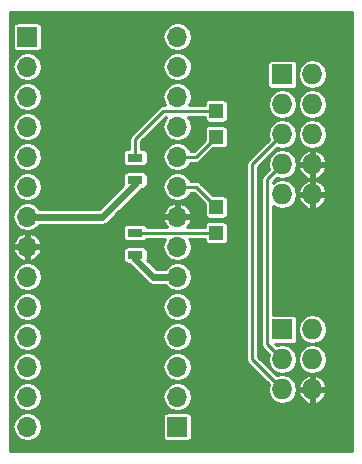
<source format=gtl>
G04 #@! TF.FileFunction,Copper,L1,Top,Signal*
%FSLAX46Y46*%
G04 Gerber Fmt 4.6, Leading zero omitted, Abs format (unit mm)*
G04 Created by KiCad (PCBNEW 4.0.7-e1-6374~58~ubuntu16.04.1) date Tue Aug 22 04:57:06 2017*
%MOMM*%
%LPD*%
G01*
G04 APERTURE LIST*
%ADD10C,0.100000*%
%ADD11R,1.727200X1.727200*%
%ADD12O,1.727200X1.727200*%
%ADD13R,1.200000X1.200000*%
%ADD14R,1.700000X1.700000*%
%ADD15O,1.700000X1.700000*%
%ADD16R,1.300000X0.700000*%
%ADD17C,0.250000*%
%ADD18C,0.600000*%
%ADD19C,0.254000*%
G04 APERTURE END LIST*
D10*
D11*
X113030000Y-98425000D03*
D12*
X115570000Y-98425000D03*
X113030000Y-100965000D03*
X115570000Y-100965000D03*
X113030000Y-103505000D03*
X115570000Y-103505000D03*
X113030000Y-106045000D03*
X115570000Y-106045000D03*
X113030000Y-108585000D03*
X115570000Y-108585000D03*
D13*
X107442000Y-101516000D03*
X107442000Y-103716000D03*
X107442000Y-111844000D03*
X107442000Y-109644000D03*
D14*
X91440000Y-95250000D03*
D15*
X91440000Y-97790000D03*
X91440000Y-100330000D03*
X91440000Y-102870000D03*
X91440000Y-105410000D03*
X91440000Y-107950000D03*
X91440000Y-110490000D03*
X91440000Y-113030000D03*
X91440000Y-115570000D03*
X91440000Y-118110000D03*
X91440000Y-120650000D03*
X91440000Y-123190000D03*
X91440000Y-125730000D03*
X91440000Y-128270000D03*
D14*
X104140000Y-128270000D03*
D15*
X104140000Y-125730000D03*
X104140000Y-123190000D03*
X104140000Y-120650000D03*
X104140000Y-118110000D03*
X104140000Y-115570000D03*
X104140000Y-113030000D03*
X104140000Y-110490000D03*
X104140000Y-107950000D03*
X104140000Y-105410000D03*
X104140000Y-102870000D03*
X104140000Y-100330000D03*
X104140000Y-97790000D03*
X104140000Y-95250000D03*
D11*
X113030000Y-120015000D03*
D12*
X115570000Y-120015000D03*
X113030000Y-122555000D03*
X115570000Y-122555000D03*
X113030000Y-125095000D03*
X115570000Y-125095000D03*
D16*
X100584000Y-107376000D03*
X100584000Y-105476000D03*
X100584000Y-113726000D03*
X100584000Y-111826000D03*
D17*
X107442000Y-101516000D02*
X102954000Y-101516000D01*
X100584000Y-103886000D02*
X100584000Y-105476000D01*
X102954000Y-101516000D02*
X100584000Y-103886000D01*
X105748000Y-105410000D02*
X107442000Y-103716000D01*
X104140000Y-105410000D02*
X105748000Y-105410000D01*
X107442000Y-111844000D02*
X100602000Y-111844000D01*
X100602000Y-111844000D02*
X100584000Y-111826000D01*
X100602000Y-111844000D02*
X100584000Y-111826000D01*
X104140000Y-107950000D02*
X105748000Y-107950000D01*
X105748000Y-107950000D02*
X107442000Y-109644000D01*
D18*
X100584000Y-107376000D02*
X100584000Y-107696000D01*
X100584000Y-107696000D02*
X97790000Y-110490000D01*
X97790000Y-110490000D02*
X91440000Y-110490000D01*
X100584000Y-113726000D02*
X100584000Y-114046000D01*
X100584000Y-114046000D02*
X102108000Y-115570000D01*
X102108000Y-115570000D02*
X104140000Y-115570000D01*
D17*
X110490000Y-122555000D02*
X113030000Y-125095000D01*
X110490000Y-106045000D02*
X110490000Y-122555000D01*
X113030000Y-103505000D02*
X110490000Y-106045000D01*
X113030000Y-106045000D02*
X111760000Y-107315000D01*
X111760000Y-121285000D02*
X113030000Y-122555000D01*
X111760000Y-107315000D02*
X111760000Y-121285000D01*
D19*
G36*
X118924000Y-130354000D02*
X89991000Y-130354000D01*
X89991000Y-128270000D01*
X90184883Y-128270000D01*
X90278587Y-128741083D01*
X90545435Y-129140448D01*
X90944800Y-129407296D01*
X91415883Y-129501000D01*
X91464117Y-129501000D01*
X91935200Y-129407296D01*
X92334565Y-129140448D01*
X92601413Y-128741083D01*
X92695117Y-128270000D01*
X92601413Y-127798917D01*
X92348228Y-127420000D01*
X102901536Y-127420000D01*
X102901536Y-129120000D01*
X102928103Y-129261190D01*
X103011546Y-129390865D01*
X103138866Y-129477859D01*
X103290000Y-129508464D01*
X104990000Y-129508464D01*
X105131190Y-129481897D01*
X105260865Y-129398454D01*
X105347859Y-129271134D01*
X105378464Y-129120000D01*
X105378464Y-127420000D01*
X105351897Y-127278810D01*
X105268454Y-127149135D01*
X105141134Y-127062141D01*
X104990000Y-127031536D01*
X103290000Y-127031536D01*
X103148810Y-127058103D01*
X103019135Y-127141546D01*
X102932141Y-127268866D01*
X102901536Y-127420000D01*
X92348228Y-127420000D01*
X92334565Y-127399552D01*
X91935200Y-127132704D01*
X91464117Y-127039000D01*
X91415883Y-127039000D01*
X90944800Y-127132704D01*
X90545435Y-127399552D01*
X90278587Y-127798917D01*
X90184883Y-128270000D01*
X89991000Y-128270000D01*
X89991000Y-125730000D01*
X90184883Y-125730000D01*
X90278587Y-126201083D01*
X90545435Y-126600448D01*
X90944800Y-126867296D01*
X91415883Y-126961000D01*
X91464117Y-126961000D01*
X91935200Y-126867296D01*
X92334565Y-126600448D01*
X92601413Y-126201083D01*
X92695117Y-125730000D01*
X102884883Y-125730000D01*
X102978587Y-126201083D01*
X103245435Y-126600448D01*
X103644800Y-126867296D01*
X104115883Y-126961000D01*
X104164117Y-126961000D01*
X104635200Y-126867296D01*
X105034565Y-126600448D01*
X105301413Y-126201083D01*
X105395117Y-125730000D01*
X105301413Y-125258917D01*
X105034565Y-124859552D01*
X104635200Y-124592704D01*
X104164117Y-124499000D01*
X104115883Y-124499000D01*
X103644800Y-124592704D01*
X103245435Y-124859552D01*
X102978587Y-125258917D01*
X102884883Y-125730000D01*
X92695117Y-125730000D01*
X92601413Y-125258917D01*
X92334565Y-124859552D01*
X91935200Y-124592704D01*
X91464117Y-124499000D01*
X91415883Y-124499000D01*
X90944800Y-124592704D01*
X90545435Y-124859552D01*
X90278587Y-125258917D01*
X90184883Y-125730000D01*
X89991000Y-125730000D01*
X89991000Y-123190000D01*
X90184883Y-123190000D01*
X90278587Y-123661083D01*
X90545435Y-124060448D01*
X90944800Y-124327296D01*
X91415883Y-124421000D01*
X91464117Y-124421000D01*
X91935200Y-124327296D01*
X92334565Y-124060448D01*
X92601413Y-123661083D01*
X92695117Y-123190000D01*
X102884883Y-123190000D01*
X102978587Y-123661083D01*
X103245435Y-124060448D01*
X103644800Y-124327296D01*
X104115883Y-124421000D01*
X104164117Y-124421000D01*
X104635200Y-124327296D01*
X105034565Y-124060448D01*
X105301413Y-123661083D01*
X105395117Y-123190000D01*
X105301413Y-122718917D01*
X105034565Y-122319552D01*
X104635200Y-122052704D01*
X104164117Y-121959000D01*
X104115883Y-121959000D01*
X103644800Y-122052704D01*
X103245435Y-122319552D01*
X102978587Y-122718917D01*
X102884883Y-123190000D01*
X92695117Y-123190000D01*
X92601413Y-122718917D01*
X92334565Y-122319552D01*
X91935200Y-122052704D01*
X91464117Y-121959000D01*
X91415883Y-121959000D01*
X90944800Y-122052704D01*
X90545435Y-122319552D01*
X90278587Y-122718917D01*
X90184883Y-123190000D01*
X89991000Y-123190000D01*
X89991000Y-120650000D01*
X90184883Y-120650000D01*
X90278587Y-121121083D01*
X90545435Y-121520448D01*
X90944800Y-121787296D01*
X91415883Y-121881000D01*
X91464117Y-121881000D01*
X91935200Y-121787296D01*
X92334565Y-121520448D01*
X92601413Y-121121083D01*
X92695117Y-120650000D01*
X102884883Y-120650000D01*
X102978587Y-121121083D01*
X103245435Y-121520448D01*
X103644800Y-121787296D01*
X104115883Y-121881000D01*
X104164117Y-121881000D01*
X104635200Y-121787296D01*
X105034565Y-121520448D01*
X105301413Y-121121083D01*
X105395117Y-120650000D01*
X105301413Y-120178917D01*
X105034565Y-119779552D01*
X104635200Y-119512704D01*
X104164117Y-119419000D01*
X104115883Y-119419000D01*
X103644800Y-119512704D01*
X103245435Y-119779552D01*
X102978587Y-120178917D01*
X102884883Y-120650000D01*
X92695117Y-120650000D01*
X92601413Y-120178917D01*
X92334565Y-119779552D01*
X91935200Y-119512704D01*
X91464117Y-119419000D01*
X91415883Y-119419000D01*
X90944800Y-119512704D01*
X90545435Y-119779552D01*
X90278587Y-120178917D01*
X90184883Y-120650000D01*
X89991000Y-120650000D01*
X89991000Y-118110000D01*
X90184883Y-118110000D01*
X90278587Y-118581083D01*
X90545435Y-118980448D01*
X90944800Y-119247296D01*
X91415883Y-119341000D01*
X91464117Y-119341000D01*
X91935200Y-119247296D01*
X92334565Y-118980448D01*
X92601413Y-118581083D01*
X92695117Y-118110000D01*
X102884883Y-118110000D01*
X102978587Y-118581083D01*
X103245435Y-118980448D01*
X103644800Y-119247296D01*
X104115883Y-119341000D01*
X104164117Y-119341000D01*
X104635200Y-119247296D01*
X105034565Y-118980448D01*
X105301413Y-118581083D01*
X105395117Y-118110000D01*
X105301413Y-117638917D01*
X105034565Y-117239552D01*
X104635200Y-116972704D01*
X104164117Y-116879000D01*
X104115883Y-116879000D01*
X103644800Y-116972704D01*
X103245435Y-117239552D01*
X102978587Y-117638917D01*
X102884883Y-118110000D01*
X92695117Y-118110000D01*
X92601413Y-117638917D01*
X92334565Y-117239552D01*
X91935200Y-116972704D01*
X91464117Y-116879000D01*
X91415883Y-116879000D01*
X90944800Y-116972704D01*
X90545435Y-117239552D01*
X90278587Y-117638917D01*
X90184883Y-118110000D01*
X89991000Y-118110000D01*
X89991000Y-115570000D01*
X90184883Y-115570000D01*
X90278587Y-116041083D01*
X90545435Y-116440448D01*
X90944800Y-116707296D01*
X91415883Y-116801000D01*
X91464117Y-116801000D01*
X91935200Y-116707296D01*
X92334565Y-116440448D01*
X92601413Y-116041083D01*
X92695117Y-115570000D01*
X92601413Y-115098917D01*
X92334565Y-114699552D01*
X91935200Y-114432704D01*
X91464117Y-114339000D01*
X91415883Y-114339000D01*
X90944800Y-114432704D01*
X90545435Y-114699552D01*
X90278587Y-115098917D01*
X90184883Y-115570000D01*
X89991000Y-115570000D01*
X89991000Y-113346980D01*
X90250511Y-113346980D01*
X90374755Y-113646964D01*
X90691944Y-114007652D01*
X91123018Y-114219501D01*
X91313000Y-114159193D01*
X91313000Y-113157000D01*
X91567000Y-113157000D01*
X91567000Y-114159193D01*
X91756982Y-114219501D01*
X92188056Y-114007652D01*
X92505245Y-113646964D01*
X92617469Y-113376000D01*
X99545536Y-113376000D01*
X99545536Y-114076000D01*
X99572103Y-114217190D01*
X99655546Y-114346865D01*
X99782866Y-114433859D01*
X99934000Y-114464464D01*
X100060314Y-114464464D01*
X100102460Y-114527540D01*
X101626458Y-116051537D01*
X101626460Y-116051540D01*
X101847393Y-116199162D01*
X102108000Y-116251000D01*
X103118849Y-116251000D01*
X103245435Y-116440448D01*
X103644800Y-116707296D01*
X104115883Y-116801000D01*
X104164117Y-116801000D01*
X104635200Y-116707296D01*
X105034565Y-116440448D01*
X105301413Y-116041083D01*
X105395117Y-115570000D01*
X105301413Y-115098917D01*
X105034565Y-114699552D01*
X104635200Y-114432704D01*
X104164117Y-114339000D01*
X104115883Y-114339000D01*
X103644800Y-114432704D01*
X103245435Y-114699552D01*
X103118849Y-114889000D01*
X102390079Y-114889000D01*
X101614821Y-114113742D01*
X101622464Y-114076000D01*
X101622464Y-113376000D01*
X101595897Y-113234810D01*
X101512454Y-113105135D01*
X101385134Y-113018141D01*
X101234000Y-112987536D01*
X99934000Y-112987536D01*
X99792810Y-113014103D01*
X99663135Y-113097546D01*
X99576141Y-113224866D01*
X99545536Y-113376000D01*
X92617469Y-113376000D01*
X92629489Y-113346980D01*
X92568627Y-113157000D01*
X91567000Y-113157000D01*
X91313000Y-113157000D01*
X90311373Y-113157000D01*
X90250511Y-113346980D01*
X89991000Y-113346980D01*
X89991000Y-112713020D01*
X90250511Y-112713020D01*
X90311373Y-112903000D01*
X91313000Y-112903000D01*
X91313000Y-111900807D01*
X91567000Y-111900807D01*
X91567000Y-112903000D01*
X92568627Y-112903000D01*
X92629489Y-112713020D01*
X92505245Y-112413036D01*
X92188056Y-112052348D01*
X91756982Y-111840499D01*
X91567000Y-111900807D01*
X91313000Y-111900807D01*
X91123018Y-111840499D01*
X90691944Y-112052348D01*
X90374755Y-112413036D01*
X90250511Y-112713020D01*
X89991000Y-112713020D01*
X89991000Y-110490000D01*
X90184883Y-110490000D01*
X90278587Y-110961083D01*
X90545435Y-111360448D01*
X90944800Y-111627296D01*
X91415883Y-111721000D01*
X91464117Y-111721000D01*
X91935200Y-111627296D01*
X92161629Y-111476000D01*
X99545536Y-111476000D01*
X99545536Y-112176000D01*
X99572103Y-112317190D01*
X99655546Y-112446865D01*
X99782866Y-112533859D01*
X99934000Y-112564464D01*
X101234000Y-112564464D01*
X101375190Y-112537897D01*
X101504865Y-112454454D01*
X101576235Y-112350000D01*
X103118181Y-112350000D01*
X102978587Y-112558917D01*
X102884883Y-113030000D01*
X102978587Y-113501083D01*
X103245435Y-113900448D01*
X103644800Y-114167296D01*
X104115883Y-114261000D01*
X104164117Y-114261000D01*
X104635200Y-114167296D01*
X105034565Y-113900448D01*
X105301413Y-113501083D01*
X105395117Y-113030000D01*
X105301413Y-112558917D01*
X105161819Y-112350000D01*
X106453536Y-112350000D01*
X106453536Y-112444000D01*
X106480103Y-112585190D01*
X106563546Y-112714865D01*
X106690866Y-112801859D01*
X106842000Y-112832464D01*
X108042000Y-112832464D01*
X108183190Y-112805897D01*
X108312865Y-112722454D01*
X108399859Y-112595134D01*
X108430464Y-112444000D01*
X108430464Y-111244000D01*
X108403897Y-111102810D01*
X108320454Y-110973135D01*
X108193134Y-110886141D01*
X108042000Y-110855536D01*
X106842000Y-110855536D01*
X106700810Y-110882103D01*
X106571135Y-110965546D01*
X106484141Y-111092866D01*
X106453536Y-111244000D01*
X106453536Y-111338000D01*
X105002072Y-111338000D01*
X105205245Y-111106964D01*
X105329489Y-110806980D01*
X105268627Y-110617000D01*
X104267000Y-110617000D01*
X104267000Y-110637000D01*
X104013000Y-110637000D01*
X104013000Y-110617000D01*
X103011373Y-110617000D01*
X102950511Y-110806980D01*
X103074755Y-111106964D01*
X103277928Y-111338000D01*
X101596497Y-111338000D01*
X101595897Y-111334810D01*
X101512454Y-111205135D01*
X101385134Y-111118141D01*
X101234000Y-111087536D01*
X99934000Y-111087536D01*
X99792810Y-111114103D01*
X99663135Y-111197546D01*
X99576141Y-111324866D01*
X99545536Y-111476000D01*
X92161629Y-111476000D01*
X92334565Y-111360448D01*
X92461151Y-111171000D01*
X97790000Y-111171000D01*
X98050608Y-111119162D01*
X98271540Y-110971540D01*
X99070060Y-110173020D01*
X102950511Y-110173020D01*
X103011373Y-110363000D01*
X104013000Y-110363000D01*
X104013000Y-109360807D01*
X104267000Y-109360807D01*
X104267000Y-110363000D01*
X105268627Y-110363000D01*
X105329489Y-110173020D01*
X105205245Y-109873036D01*
X104888056Y-109512348D01*
X104456982Y-109300499D01*
X104267000Y-109360807D01*
X104013000Y-109360807D01*
X103823018Y-109300499D01*
X103391944Y-109512348D01*
X103074755Y-109873036D01*
X102950511Y-110173020D01*
X99070060Y-110173020D01*
X101065540Y-108177540D01*
X101107686Y-108114464D01*
X101234000Y-108114464D01*
X101375190Y-108087897D01*
X101504865Y-108004454D01*
X101542071Y-107950000D01*
X102884883Y-107950000D01*
X102978587Y-108421083D01*
X103245435Y-108820448D01*
X103644800Y-109087296D01*
X104115883Y-109181000D01*
X104164117Y-109181000D01*
X104635200Y-109087296D01*
X105034565Y-108820448D01*
X105278082Y-108456000D01*
X105538408Y-108456000D01*
X106453536Y-109371128D01*
X106453536Y-110244000D01*
X106480103Y-110385190D01*
X106563546Y-110514865D01*
X106690866Y-110601859D01*
X106842000Y-110632464D01*
X108042000Y-110632464D01*
X108183190Y-110605897D01*
X108312865Y-110522454D01*
X108399859Y-110395134D01*
X108430464Y-110244000D01*
X108430464Y-109044000D01*
X108403897Y-108902810D01*
X108320454Y-108773135D01*
X108193134Y-108686141D01*
X108042000Y-108655536D01*
X107169128Y-108655536D01*
X106105796Y-107592204D01*
X105941638Y-107482517D01*
X105748000Y-107444000D01*
X105278082Y-107444000D01*
X105034565Y-107079552D01*
X104635200Y-106812704D01*
X104164117Y-106719000D01*
X104115883Y-106719000D01*
X103644800Y-106812704D01*
X103245435Y-107079552D01*
X102978587Y-107478917D01*
X102884883Y-107950000D01*
X101542071Y-107950000D01*
X101591859Y-107877134D01*
X101622464Y-107726000D01*
X101622464Y-107026000D01*
X101595897Y-106884810D01*
X101512454Y-106755135D01*
X101385134Y-106668141D01*
X101234000Y-106637536D01*
X99934000Y-106637536D01*
X99792810Y-106664103D01*
X99663135Y-106747546D01*
X99576141Y-106874866D01*
X99545536Y-107026000D01*
X99545536Y-107726000D01*
X99552723Y-107764197D01*
X97507920Y-109809000D01*
X92461151Y-109809000D01*
X92334565Y-109619552D01*
X91935200Y-109352704D01*
X91464117Y-109259000D01*
X91415883Y-109259000D01*
X90944800Y-109352704D01*
X90545435Y-109619552D01*
X90278587Y-110018917D01*
X90184883Y-110490000D01*
X89991000Y-110490000D01*
X89991000Y-107950000D01*
X90184883Y-107950000D01*
X90278587Y-108421083D01*
X90545435Y-108820448D01*
X90944800Y-109087296D01*
X91415883Y-109181000D01*
X91464117Y-109181000D01*
X91935200Y-109087296D01*
X92334565Y-108820448D01*
X92601413Y-108421083D01*
X92695117Y-107950000D01*
X92601413Y-107478917D01*
X92334565Y-107079552D01*
X91935200Y-106812704D01*
X91464117Y-106719000D01*
X91415883Y-106719000D01*
X90944800Y-106812704D01*
X90545435Y-107079552D01*
X90278587Y-107478917D01*
X90184883Y-107950000D01*
X89991000Y-107950000D01*
X89991000Y-105410000D01*
X90184883Y-105410000D01*
X90278587Y-105881083D01*
X90545435Y-106280448D01*
X90944800Y-106547296D01*
X91415883Y-106641000D01*
X91464117Y-106641000D01*
X91935200Y-106547296D01*
X92334565Y-106280448D01*
X92601413Y-105881083D01*
X92695117Y-105410000D01*
X92638627Y-105126000D01*
X99545536Y-105126000D01*
X99545536Y-105826000D01*
X99572103Y-105967190D01*
X99655546Y-106096865D01*
X99782866Y-106183859D01*
X99934000Y-106214464D01*
X101234000Y-106214464D01*
X101375190Y-106187897D01*
X101504865Y-106104454D01*
X101591859Y-105977134D01*
X101622464Y-105826000D01*
X101622464Y-105410000D01*
X102884883Y-105410000D01*
X102978587Y-105881083D01*
X103245435Y-106280448D01*
X103644800Y-106547296D01*
X104115883Y-106641000D01*
X104164117Y-106641000D01*
X104635200Y-106547296D01*
X105034565Y-106280448D01*
X105191886Y-106045000D01*
X109984000Y-106045000D01*
X109984000Y-122555000D01*
X110022517Y-122748638D01*
X110132204Y-122912796D01*
X111869123Y-124649715D01*
X111785400Y-125070617D01*
X111785400Y-125119383D01*
X111880140Y-125595671D01*
X112149935Y-125999448D01*
X112553712Y-126269243D01*
X113030000Y-126363983D01*
X113506288Y-126269243D01*
X113910065Y-125999448D01*
X114179860Y-125595671D01*
X114215972Y-125414120D01*
X114366995Y-125414120D01*
X114580690Y-125850199D01*
X114944999Y-126171305D01*
X115250882Y-126297993D01*
X115443000Y-126237312D01*
X115443000Y-125222000D01*
X115697000Y-125222000D01*
X115697000Y-126237312D01*
X115889118Y-126297993D01*
X116195001Y-126171305D01*
X116559310Y-125850199D01*
X116773005Y-125414120D01*
X116712865Y-125222000D01*
X115697000Y-125222000D01*
X115443000Y-125222000D01*
X114427135Y-125222000D01*
X114366995Y-125414120D01*
X114215972Y-125414120D01*
X114274600Y-125119383D01*
X114274600Y-125070617D01*
X114215973Y-124775880D01*
X114366995Y-124775880D01*
X114427135Y-124968000D01*
X115443000Y-124968000D01*
X115443000Y-123952688D01*
X115697000Y-123952688D01*
X115697000Y-124968000D01*
X116712865Y-124968000D01*
X116773005Y-124775880D01*
X116559310Y-124339801D01*
X116195001Y-124018695D01*
X115889118Y-123892007D01*
X115697000Y-123952688D01*
X115443000Y-123952688D01*
X115250882Y-123892007D01*
X114944999Y-124018695D01*
X114580690Y-124339801D01*
X114366995Y-124775880D01*
X114215973Y-124775880D01*
X114179860Y-124594329D01*
X113910065Y-124190552D01*
X113506288Y-123920757D01*
X113030000Y-123826017D01*
X112568423Y-123917831D01*
X110996000Y-122345408D01*
X110996000Y-107315000D01*
X111254000Y-107315000D01*
X111254000Y-121285000D01*
X111292517Y-121478638D01*
X111402204Y-121642796D01*
X111869123Y-122109715D01*
X111785400Y-122530617D01*
X111785400Y-122579383D01*
X111880140Y-123055671D01*
X112149935Y-123459448D01*
X112553712Y-123729243D01*
X113030000Y-123823983D01*
X113506288Y-123729243D01*
X113910065Y-123459448D01*
X114179860Y-123055671D01*
X114274600Y-122579383D01*
X114274600Y-122530617D01*
X114325400Y-122530617D01*
X114325400Y-122579383D01*
X114420140Y-123055671D01*
X114689935Y-123459448D01*
X115093712Y-123729243D01*
X115570000Y-123823983D01*
X116046288Y-123729243D01*
X116450065Y-123459448D01*
X116719860Y-123055671D01*
X116814600Y-122579383D01*
X116814600Y-122530617D01*
X116719860Y-122054329D01*
X116450065Y-121650552D01*
X116046288Y-121380757D01*
X115570000Y-121286017D01*
X115093712Y-121380757D01*
X114689935Y-121650552D01*
X114420140Y-122054329D01*
X114325400Y-122530617D01*
X114274600Y-122530617D01*
X114179860Y-122054329D01*
X113910065Y-121650552D01*
X113506288Y-121380757D01*
X113030000Y-121286017D01*
X112568423Y-121377831D01*
X112457656Y-121267064D01*
X113893600Y-121267064D01*
X114034790Y-121240497D01*
X114164465Y-121157054D01*
X114251459Y-121029734D01*
X114282064Y-120878600D01*
X114282064Y-119990617D01*
X114325400Y-119990617D01*
X114325400Y-120039383D01*
X114420140Y-120515671D01*
X114689935Y-120919448D01*
X115093712Y-121189243D01*
X115570000Y-121283983D01*
X116046288Y-121189243D01*
X116450065Y-120919448D01*
X116719860Y-120515671D01*
X116814600Y-120039383D01*
X116814600Y-119990617D01*
X116719860Y-119514329D01*
X116450065Y-119110552D01*
X116046288Y-118840757D01*
X115570000Y-118746017D01*
X115093712Y-118840757D01*
X114689935Y-119110552D01*
X114420140Y-119514329D01*
X114325400Y-119990617D01*
X114282064Y-119990617D01*
X114282064Y-119151400D01*
X114255497Y-119010210D01*
X114172054Y-118880535D01*
X114044734Y-118793541D01*
X113893600Y-118762936D01*
X112266000Y-118762936D01*
X112266000Y-109567000D01*
X112553712Y-109759243D01*
X113030000Y-109853983D01*
X113506288Y-109759243D01*
X113910065Y-109489448D01*
X114179860Y-109085671D01*
X114215972Y-108904120D01*
X114366995Y-108904120D01*
X114580690Y-109340199D01*
X114944999Y-109661305D01*
X115250882Y-109787993D01*
X115443000Y-109727312D01*
X115443000Y-108712000D01*
X115697000Y-108712000D01*
X115697000Y-109727312D01*
X115889118Y-109787993D01*
X116195001Y-109661305D01*
X116559310Y-109340199D01*
X116773005Y-108904120D01*
X116712865Y-108712000D01*
X115697000Y-108712000D01*
X115443000Y-108712000D01*
X114427135Y-108712000D01*
X114366995Y-108904120D01*
X114215972Y-108904120D01*
X114274600Y-108609383D01*
X114274600Y-108560617D01*
X114215973Y-108265880D01*
X114366995Y-108265880D01*
X114427135Y-108458000D01*
X115443000Y-108458000D01*
X115443000Y-107442688D01*
X115697000Y-107442688D01*
X115697000Y-108458000D01*
X116712865Y-108458000D01*
X116773005Y-108265880D01*
X116559310Y-107829801D01*
X116195001Y-107508695D01*
X115889118Y-107382007D01*
X115697000Y-107442688D01*
X115443000Y-107442688D01*
X115250882Y-107382007D01*
X114944999Y-107508695D01*
X114580690Y-107829801D01*
X114366995Y-108265880D01*
X114215973Y-108265880D01*
X114179860Y-108084329D01*
X113910065Y-107680552D01*
X113506288Y-107410757D01*
X113030000Y-107316017D01*
X112553712Y-107410757D01*
X112266000Y-107603000D01*
X112266000Y-107524592D01*
X112568423Y-107222169D01*
X113030000Y-107313983D01*
X113506288Y-107219243D01*
X113910065Y-106949448D01*
X114179860Y-106545671D01*
X114215972Y-106364120D01*
X114366995Y-106364120D01*
X114580690Y-106800199D01*
X114944999Y-107121305D01*
X115250882Y-107247993D01*
X115443000Y-107187312D01*
X115443000Y-106172000D01*
X115697000Y-106172000D01*
X115697000Y-107187312D01*
X115889118Y-107247993D01*
X116195001Y-107121305D01*
X116559310Y-106800199D01*
X116773005Y-106364120D01*
X116712865Y-106172000D01*
X115697000Y-106172000D01*
X115443000Y-106172000D01*
X114427135Y-106172000D01*
X114366995Y-106364120D01*
X114215972Y-106364120D01*
X114274600Y-106069383D01*
X114274600Y-106020617D01*
X114215973Y-105725880D01*
X114366995Y-105725880D01*
X114427135Y-105918000D01*
X115443000Y-105918000D01*
X115443000Y-104902688D01*
X115697000Y-104902688D01*
X115697000Y-105918000D01*
X116712865Y-105918000D01*
X116773005Y-105725880D01*
X116559310Y-105289801D01*
X116195001Y-104968695D01*
X115889118Y-104842007D01*
X115697000Y-104902688D01*
X115443000Y-104902688D01*
X115250882Y-104842007D01*
X114944999Y-104968695D01*
X114580690Y-105289801D01*
X114366995Y-105725880D01*
X114215973Y-105725880D01*
X114179860Y-105544329D01*
X113910065Y-105140552D01*
X113506288Y-104870757D01*
X113030000Y-104776017D01*
X112553712Y-104870757D01*
X112149935Y-105140552D01*
X111880140Y-105544329D01*
X111785400Y-106020617D01*
X111785400Y-106069383D01*
X111869123Y-106490285D01*
X111402204Y-106957204D01*
X111292517Y-107121362D01*
X111254000Y-107315000D01*
X110996000Y-107315000D01*
X110996000Y-106254592D01*
X112568423Y-104682169D01*
X113030000Y-104773983D01*
X113506288Y-104679243D01*
X113910065Y-104409448D01*
X114179860Y-104005671D01*
X114274600Y-103529383D01*
X114274600Y-103480617D01*
X114325400Y-103480617D01*
X114325400Y-103529383D01*
X114420140Y-104005671D01*
X114689935Y-104409448D01*
X115093712Y-104679243D01*
X115570000Y-104773983D01*
X116046288Y-104679243D01*
X116450065Y-104409448D01*
X116719860Y-104005671D01*
X116814600Y-103529383D01*
X116814600Y-103480617D01*
X116719860Y-103004329D01*
X116450065Y-102600552D01*
X116046288Y-102330757D01*
X115570000Y-102236017D01*
X115093712Y-102330757D01*
X114689935Y-102600552D01*
X114420140Y-103004329D01*
X114325400Y-103480617D01*
X114274600Y-103480617D01*
X114179860Y-103004329D01*
X113910065Y-102600552D01*
X113506288Y-102330757D01*
X113030000Y-102236017D01*
X112553712Y-102330757D01*
X112149935Y-102600552D01*
X111880140Y-103004329D01*
X111785400Y-103480617D01*
X111785400Y-103529383D01*
X111869123Y-103950285D01*
X110132204Y-105687204D01*
X110022517Y-105851362D01*
X109984000Y-106045000D01*
X105191886Y-106045000D01*
X105278082Y-105916000D01*
X105748000Y-105916000D01*
X105941638Y-105877483D01*
X106105796Y-105767796D01*
X107169128Y-104704464D01*
X108042000Y-104704464D01*
X108183190Y-104677897D01*
X108312865Y-104594454D01*
X108399859Y-104467134D01*
X108430464Y-104316000D01*
X108430464Y-103116000D01*
X108403897Y-102974810D01*
X108320454Y-102845135D01*
X108193134Y-102758141D01*
X108042000Y-102727536D01*
X106842000Y-102727536D01*
X106700810Y-102754103D01*
X106571135Y-102837546D01*
X106484141Y-102964866D01*
X106453536Y-103116000D01*
X106453536Y-103988872D01*
X105538408Y-104904000D01*
X105278082Y-104904000D01*
X105034565Y-104539552D01*
X104635200Y-104272704D01*
X104164117Y-104179000D01*
X104115883Y-104179000D01*
X103644800Y-104272704D01*
X103245435Y-104539552D01*
X102978587Y-104938917D01*
X102884883Y-105410000D01*
X101622464Y-105410000D01*
X101622464Y-105126000D01*
X101595897Y-104984810D01*
X101512454Y-104855135D01*
X101385134Y-104768141D01*
X101234000Y-104737536D01*
X101090000Y-104737536D01*
X101090000Y-104095592D01*
X103163592Y-102022000D01*
X103230436Y-102022000D01*
X102978587Y-102398917D01*
X102884883Y-102870000D01*
X102978587Y-103341083D01*
X103245435Y-103740448D01*
X103644800Y-104007296D01*
X104115883Y-104101000D01*
X104164117Y-104101000D01*
X104635200Y-104007296D01*
X105034565Y-103740448D01*
X105301413Y-103341083D01*
X105395117Y-102870000D01*
X105301413Y-102398917D01*
X105049564Y-102022000D01*
X106453536Y-102022000D01*
X106453536Y-102116000D01*
X106480103Y-102257190D01*
X106563546Y-102386865D01*
X106690866Y-102473859D01*
X106842000Y-102504464D01*
X108042000Y-102504464D01*
X108183190Y-102477897D01*
X108312865Y-102394454D01*
X108399859Y-102267134D01*
X108430464Y-102116000D01*
X108430464Y-100940617D01*
X111785400Y-100940617D01*
X111785400Y-100989383D01*
X111880140Y-101465671D01*
X112149935Y-101869448D01*
X112553712Y-102139243D01*
X113030000Y-102233983D01*
X113506288Y-102139243D01*
X113910065Y-101869448D01*
X114179860Y-101465671D01*
X114274600Y-100989383D01*
X114274600Y-100940617D01*
X114325400Y-100940617D01*
X114325400Y-100989383D01*
X114420140Y-101465671D01*
X114689935Y-101869448D01*
X115093712Y-102139243D01*
X115570000Y-102233983D01*
X116046288Y-102139243D01*
X116450065Y-101869448D01*
X116719860Y-101465671D01*
X116814600Y-100989383D01*
X116814600Y-100940617D01*
X116719860Y-100464329D01*
X116450065Y-100060552D01*
X116046288Y-99790757D01*
X115570000Y-99696017D01*
X115093712Y-99790757D01*
X114689935Y-100060552D01*
X114420140Y-100464329D01*
X114325400Y-100940617D01*
X114274600Y-100940617D01*
X114179860Y-100464329D01*
X113910065Y-100060552D01*
X113506288Y-99790757D01*
X113030000Y-99696017D01*
X112553712Y-99790757D01*
X112149935Y-100060552D01*
X111880140Y-100464329D01*
X111785400Y-100940617D01*
X108430464Y-100940617D01*
X108430464Y-100916000D01*
X108403897Y-100774810D01*
X108320454Y-100645135D01*
X108193134Y-100558141D01*
X108042000Y-100527536D01*
X106842000Y-100527536D01*
X106700810Y-100554103D01*
X106571135Y-100637546D01*
X106484141Y-100764866D01*
X106453536Y-100916000D01*
X106453536Y-101010000D01*
X105161819Y-101010000D01*
X105301413Y-100801083D01*
X105395117Y-100330000D01*
X105301413Y-99858917D01*
X105034565Y-99459552D01*
X104635200Y-99192704D01*
X104164117Y-99099000D01*
X104115883Y-99099000D01*
X103644800Y-99192704D01*
X103245435Y-99459552D01*
X102978587Y-99858917D01*
X102884883Y-100330000D01*
X102978587Y-100801083D01*
X103118181Y-101010000D01*
X102954000Y-101010000D01*
X102760362Y-101048517D01*
X102596204Y-101158204D01*
X100226204Y-103528204D01*
X100116517Y-103692362D01*
X100078000Y-103886000D01*
X100078000Y-104737536D01*
X99934000Y-104737536D01*
X99792810Y-104764103D01*
X99663135Y-104847546D01*
X99576141Y-104974866D01*
X99545536Y-105126000D01*
X92638627Y-105126000D01*
X92601413Y-104938917D01*
X92334565Y-104539552D01*
X91935200Y-104272704D01*
X91464117Y-104179000D01*
X91415883Y-104179000D01*
X90944800Y-104272704D01*
X90545435Y-104539552D01*
X90278587Y-104938917D01*
X90184883Y-105410000D01*
X89991000Y-105410000D01*
X89991000Y-102870000D01*
X90184883Y-102870000D01*
X90278587Y-103341083D01*
X90545435Y-103740448D01*
X90944800Y-104007296D01*
X91415883Y-104101000D01*
X91464117Y-104101000D01*
X91935200Y-104007296D01*
X92334565Y-103740448D01*
X92601413Y-103341083D01*
X92695117Y-102870000D01*
X92601413Y-102398917D01*
X92334565Y-101999552D01*
X91935200Y-101732704D01*
X91464117Y-101639000D01*
X91415883Y-101639000D01*
X90944800Y-101732704D01*
X90545435Y-101999552D01*
X90278587Y-102398917D01*
X90184883Y-102870000D01*
X89991000Y-102870000D01*
X89991000Y-100330000D01*
X90184883Y-100330000D01*
X90278587Y-100801083D01*
X90545435Y-101200448D01*
X90944800Y-101467296D01*
X91415883Y-101561000D01*
X91464117Y-101561000D01*
X91935200Y-101467296D01*
X92334565Y-101200448D01*
X92601413Y-100801083D01*
X92695117Y-100330000D01*
X92601413Y-99858917D01*
X92334565Y-99459552D01*
X91935200Y-99192704D01*
X91464117Y-99099000D01*
X91415883Y-99099000D01*
X90944800Y-99192704D01*
X90545435Y-99459552D01*
X90278587Y-99858917D01*
X90184883Y-100330000D01*
X89991000Y-100330000D01*
X89991000Y-97790000D01*
X90184883Y-97790000D01*
X90278587Y-98261083D01*
X90545435Y-98660448D01*
X90944800Y-98927296D01*
X91415883Y-99021000D01*
X91464117Y-99021000D01*
X91935200Y-98927296D01*
X92334565Y-98660448D01*
X92601413Y-98261083D01*
X92695117Y-97790000D01*
X102884883Y-97790000D01*
X102978587Y-98261083D01*
X103245435Y-98660448D01*
X103644800Y-98927296D01*
X104115883Y-99021000D01*
X104164117Y-99021000D01*
X104635200Y-98927296D01*
X105034565Y-98660448D01*
X105301413Y-98261083D01*
X105395117Y-97790000D01*
X105349646Y-97561400D01*
X111777936Y-97561400D01*
X111777936Y-99288600D01*
X111804503Y-99429790D01*
X111887946Y-99559465D01*
X112015266Y-99646459D01*
X112166400Y-99677064D01*
X113893600Y-99677064D01*
X114034790Y-99650497D01*
X114164465Y-99567054D01*
X114251459Y-99439734D01*
X114282064Y-99288600D01*
X114282064Y-98400617D01*
X114325400Y-98400617D01*
X114325400Y-98449383D01*
X114420140Y-98925671D01*
X114689935Y-99329448D01*
X115093712Y-99599243D01*
X115570000Y-99693983D01*
X116046288Y-99599243D01*
X116450065Y-99329448D01*
X116719860Y-98925671D01*
X116814600Y-98449383D01*
X116814600Y-98400617D01*
X116719860Y-97924329D01*
X116450065Y-97520552D01*
X116046288Y-97250757D01*
X115570000Y-97156017D01*
X115093712Y-97250757D01*
X114689935Y-97520552D01*
X114420140Y-97924329D01*
X114325400Y-98400617D01*
X114282064Y-98400617D01*
X114282064Y-97561400D01*
X114255497Y-97420210D01*
X114172054Y-97290535D01*
X114044734Y-97203541D01*
X113893600Y-97172936D01*
X112166400Y-97172936D01*
X112025210Y-97199503D01*
X111895535Y-97282946D01*
X111808541Y-97410266D01*
X111777936Y-97561400D01*
X105349646Y-97561400D01*
X105301413Y-97318917D01*
X105034565Y-96919552D01*
X104635200Y-96652704D01*
X104164117Y-96559000D01*
X104115883Y-96559000D01*
X103644800Y-96652704D01*
X103245435Y-96919552D01*
X102978587Y-97318917D01*
X102884883Y-97790000D01*
X92695117Y-97790000D01*
X92601413Y-97318917D01*
X92334565Y-96919552D01*
X91935200Y-96652704D01*
X91464117Y-96559000D01*
X91415883Y-96559000D01*
X90944800Y-96652704D01*
X90545435Y-96919552D01*
X90278587Y-97318917D01*
X90184883Y-97790000D01*
X89991000Y-97790000D01*
X89991000Y-94400000D01*
X90201536Y-94400000D01*
X90201536Y-96100000D01*
X90228103Y-96241190D01*
X90311546Y-96370865D01*
X90438866Y-96457859D01*
X90590000Y-96488464D01*
X92290000Y-96488464D01*
X92431190Y-96461897D01*
X92560865Y-96378454D01*
X92647859Y-96251134D01*
X92678464Y-96100000D01*
X92678464Y-95250000D01*
X102884883Y-95250000D01*
X102978587Y-95721083D01*
X103245435Y-96120448D01*
X103644800Y-96387296D01*
X104115883Y-96481000D01*
X104164117Y-96481000D01*
X104635200Y-96387296D01*
X105034565Y-96120448D01*
X105301413Y-95721083D01*
X105395117Y-95250000D01*
X105301413Y-94778917D01*
X105034565Y-94379552D01*
X104635200Y-94112704D01*
X104164117Y-94019000D01*
X104115883Y-94019000D01*
X103644800Y-94112704D01*
X103245435Y-94379552D01*
X102978587Y-94778917D01*
X102884883Y-95250000D01*
X92678464Y-95250000D01*
X92678464Y-94400000D01*
X92651897Y-94258810D01*
X92568454Y-94129135D01*
X92441134Y-94042141D01*
X92290000Y-94011536D01*
X90590000Y-94011536D01*
X90448810Y-94038103D01*
X90319135Y-94121546D01*
X90232141Y-94248866D01*
X90201536Y-94400000D01*
X89991000Y-94400000D01*
X89991000Y-93166000D01*
X118924000Y-93166000D01*
X118924000Y-130354000D01*
X118924000Y-130354000D01*
G37*
X118924000Y-130354000D02*
X89991000Y-130354000D01*
X89991000Y-128270000D01*
X90184883Y-128270000D01*
X90278587Y-128741083D01*
X90545435Y-129140448D01*
X90944800Y-129407296D01*
X91415883Y-129501000D01*
X91464117Y-129501000D01*
X91935200Y-129407296D01*
X92334565Y-129140448D01*
X92601413Y-128741083D01*
X92695117Y-128270000D01*
X92601413Y-127798917D01*
X92348228Y-127420000D01*
X102901536Y-127420000D01*
X102901536Y-129120000D01*
X102928103Y-129261190D01*
X103011546Y-129390865D01*
X103138866Y-129477859D01*
X103290000Y-129508464D01*
X104990000Y-129508464D01*
X105131190Y-129481897D01*
X105260865Y-129398454D01*
X105347859Y-129271134D01*
X105378464Y-129120000D01*
X105378464Y-127420000D01*
X105351897Y-127278810D01*
X105268454Y-127149135D01*
X105141134Y-127062141D01*
X104990000Y-127031536D01*
X103290000Y-127031536D01*
X103148810Y-127058103D01*
X103019135Y-127141546D01*
X102932141Y-127268866D01*
X102901536Y-127420000D01*
X92348228Y-127420000D01*
X92334565Y-127399552D01*
X91935200Y-127132704D01*
X91464117Y-127039000D01*
X91415883Y-127039000D01*
X90944800Y-127132704D01*
X90545435Y-127399552D01*
X90278587Y-127798917D01*
X90184883Y-128270000D01*
X89991000Y-128270000D01*
X89991000Y-125730000D01*
X90184883Y-125730000D01*
X90278587Y-126201083D01*
X90545435Y-126600448D01*
X90944800Y-126867296D01*
X91415883Y-126961000D01*
X91464117Y-126961000D01*
X91935200Y-126867296D01*
X92334565Y-126600448D01*
X92601413Y-126201083D01*
X92695117Y-125730000D01*
X102884883Y-125730000D01*
X102978587Y-126201083D01*
X103245435Y-126600448D01*
X103644800Y-126867296D01*
X104115883Y-126961000D01*
X104164117Y-126961000D01*
X104635200Y-126867296D01*
X105034565Y-126600448D01*
X105301413Y-126201083D01*
X105395117Y-125730000D01*
X105301413Y-125258917D01*
X105034565Y-124859552D01*
X104635200Y-124592704D01*
X104164117Y-124499000D01*
X104115883Y-124499000D01*
X103644800Y-124592704D01*
X103245435Y-124859552D01*
X102978587Y-125258917D01*
X102884883Y-125730000D01*
X92695117Y-125730000D01*
X92601413Y-125258917D01*
X92334565Y-124859552D01*
X91935200Y-124592704D01*
X91464117Y-124499000D01*
X91415883Y-124499000D01*
X90944800Y-124592704D01*
X90545435Y-124859552D01*
X90278587Y-125258917D01*
X90184883Y-125730000D01*
X89991000Y-125730000D01*
X89991000Y-123190000D01*
X90184883Y-123190000D01*
X90278587Y-123661083D01*
X90545435Y-124060448D01*
X90944800Y-124327296D01*
X91415883Y-124421000D01*
X91464117Y-124421000D01*
X91935200Y-124327296D01*
X92334565Y-124060448D01*
X92601413Y-123661083D01*
X92695117Y-123190000D01*
X102884883Y-123190000D01*
X102978587Y-123661083D01*
X103245435Y-124060448D01*
X103644800Y-124327296D01*
X104115883Y-124421000D01*
X104164117Y-124421000D01*
X104635200Y-124327296D01*
X105034565Y-124060448D01*
X105301413Y-123661083D01*
X105395117Y-123190000D01*
X105301413Y-122718917D01*
X105034565Y-122319552D01*
X104635200Y-122052704D01*
X104164117Y-121959000D01*
X104115883Y-121959000D01*
X103644800Y-122052704D01*
X103245435Y-122319552D01*
X102978587Y-122718917D01*
X102884883Y-123190000D01*
X92695117Y-123190000D01*
X92601413Y-122718917D01*
X92334565Y-122319552D01*
X91935200Y-122052704D01*
X91464117Y-121959000D01*
X91415883Y-121959000D01*
X90944800Y-122052704D01*
X90545435Y-122319552D01*
X90278587Y-122718917D01*
X90184883Y-123190000D01*
X89991000Y-123190000D01*
X89991000Y-120650000D01*
X90184883Y-120650000D01*
X90278587Y-121121083D01*
X90545435Y-121520448D01*
X90944800Y-121787296D01*
X91415883Y-121881000D01*
X91464117Y-121881000D01*
X91935200Y-121787296D01*
X92334565Y-121520448D01*
X92601413Y-121121083D01*
X92695117Y-120650000D01*
X102884883Y-120650000D01*
X102978587Y-121121083D01*
X103245435Y-121520448D01*
X103644800Y-121787296D01*
X104115883Y-121881000D01*
X104164117Y-121881000D01*
X104635200Y-121787296D01*
X105034565Y-121520448D01*
X105301413Y-121121083D01*
X105395117Y-120650000D01*
X105301413Y-120178917D01*
X105034565Y-119779552D01*
X104635200Y-119512704D01*
X104164117Y-119419000D01*
X104115883Y-119419000D01*
X103644800Y-119512704D01*
X103245435Y-119779552D01*
X102978587Y-120178917D01*
X102884883Y-120650000D01*
X92695117Y-120650000D01*
X92601413Y-120178917D01*
X92334565Y-119779552D01*
X91935200Y-119512704D01*
X91464117Y-119419000D01*
X91415883Y-119419000D01*
X90944800Y-119512704D01*
X90545435Y-119779552D01*
X90278587Y-120178917D01*
X90184883Y-120650000D01*
X89991000Y-120650000D01*
X89991000Y-118110000D01*
X90184883Y-118110000D01*
X90278587Y-118581083D01*
X90545435Y-118980448D01*
X90944800Y-119247296D01*
X91415883Y-119341000D01*
X91464117Y-119341000D01*
X91935200Y-119247296D01*
X92334565Y-118980448D01*
X92601413Y-118581083D01*
X92695117Y-118110000D01*
X102884883Y-118110000D01*
X102978587Y-118581083D01*
X103245435Y-118980448D01*
X103644800Y-119247296D01*
X104115883Y-119341000D01*
X104164117Y-119341000D01*
X104635200Y-119247296D01*
X105034565Y-118980448D01*
X105301413Y-118581083D01*
X105395117Y-118110000D01*
X105301413Y-117638917D01*
X105034565Y-117239552D01*
X104635200Y-116972704D01*
X104164117Y-116879000D01*
X104115883Y-116879000D01*
X103644800Y-116972704D01*
X103245435Y-117239552D01*
X102978587Y-117638917D01*
X102884883Y-118110000D01*
X92695117Y-118110000D01*
X92601413Y-117638917D01*
X92334565Y-117239552D01*
X91935200Y-116972704D01*
X91464117Y-116879000D01*
X91415883Y-116879000D01*
X90944800Y-116972704D01*
X90545435Y-117239552D01*
X90278587Y-117638917D01*
X90184883Y-118110000D01*
X89991000Y-118110000D01*
X89991000Y-115570000D01*
X90184883Y-115570000D01*
X90278587Y-116041083D01*
X90545435Y-116440448D01*
X90944800Y-116707296D01*
X91415883Y-116801000D01*
X91464117Y-116801000D01*
X91935200Y-116707296D01*
X92334565Y-116440448D01*
X92601413Y-116041083D01*
X92695117Y-115570000D01*
X92601413Y-115098917D01*
X92334565Y-114699552D01*
X91935200Y-114432704D01*
X91464117Y-114339000D01*
X91415883Y-114339000D01*
X90944800Y-114432704D01*
X90545435Y-114699552D01*
X90278587Y-115098917D01*
X90184883Y-115570000D01*
X89991000Y-115570000D01*
X89991000Y-113346980D01*
X90250511Y-113346980D01*
X90374755Y-113646964D01*
X90691944Y-114007652D01*
X91123018Y-114219501D01*
X91313000Y-114159193D01*
X91313000Y-113157000D01*
X91567000Y-113157000D01*
X91567000Y-114159193D01*
X91756982Y-114219501D01*
X92188056Y-114007652D01*
X92505245Y-113646964D01*
X92617469Y-113376000D01*
X99545536Y-113376000D01*
X99545536Y-114076000D01*
X99572103Y-114217190D01*
X99655546Y-114346865D01*
X99782866Y-114433859D01*
X99934000Y-114464464D01*
X100060314Y-114464464D01*
X100102460Y-114527540D01*
X101626458Y-116051537D01*
X101626460Y-116051540D01*
X101847393Y-116199162D01*
X102108000Y-116251000D01*
X103118849Y-116251000D01*
X103245435Y-116440448D01*
X103644800Y-116707296D01*
X104115883Y-116801000D01*
X104164117Y-116801000D01*
X104635200Y-116707296D01*
X105034565Y-116440448D01*
X105301413Y-116041083D01*
X105395117Y-115570000D01*
X105301413Y-115098917D01*
X105034565Y-114699552D01*
X104635200Y-114432704D01*
X104164117Y-114339000D01*
X104115883Y-114339000D01*
X103644800Y-114432704D01*
X103245435Y-114699552D01*
X103118849Y-114889000D01*
X102390079Y-114889000D01*
X101614821Y-114113742D01*
X101622464Y-114076000D01*
X101622464Y-113376000D01*
X101595897Y-113234810D01*
X101512454Y-113105135D01*
X101385134Y-113018141D01*
X101234000Y-112987536D01*
X99934000Y-112987536D01*
X99792810Y-113014103D01*
X99663135Y-113097546D01*
X99576141Y-113224866D01*
X99545536Y-113376000D01*
X92617469Y-113376000D01*
X92629489Y-113346980D01*
X92568627Y-113157000D01*
X91567000Y-113157000D01*
X91313000Y-113157000D01*
X90311373Y-113157000D01*
X90250511Y-113346980D01*
X89991000Y-113346980D01*
X89991000Y-112713020D01*
X90250511Y-112713020D01*
X90311373Y-112903000D01*
X91313000Y-112903000D01*
X91313000Y-111900807D01*
X91567000Y-111900807D01*
X91567000Y-112903000D01*
X92568627Y-112903000D01*
X92629489Y-112713020D01*
X92505245Y-112413036D01*
X92188056Y-112052348D01*
X91756982Y-111840499D01*
X91567000Y-111900807D01*
X91313000Y-111900807D01*
X91123018Y-111840499D01*
X90691944Y-112052348D01*
X90374755Y-112413036D01*
X90250511Y-112713020D01*
X89991000Y-112713020D01*
X89991000Y-110490000D01*
X90184883Y-110490000D01*
X90278587Y-110961083D01*
X90545435Y-111360448D01*
X90944800Y-111627296D01*
X91415883Y-111721000D01*
X91464117Y-111721000D01*
X91935200Y-111627296D01*
X92161629Y-111476000D01*
X99545536Y-111476000D01*
X99545536Y-112176000D01*
X99572103Y-112317190D01*
X99655546Y-112446865D01*
X99782866Y-112533859D01*
X99934000Y-112564464D01*
X101234000Y-112564464D01*
X101375190Y-112537897D01*
X101504865Y-112454454D01*
X101576235Y-112350000D01*
X103118181Y-112350000D01*
X102978587Y-112558917D01*
X102884883Y-113030000D01*
X102978587Y-113501083D01*
X103245435Y-113900448D01*
X103644800Y-114167296D01*
X104115883Y-114261000D01*
X104164117Y-114261000D01*
X104635200Y-114167296D01*
X105034565Y-113900448D01*
X105301413Y-113501083D01*
X105395117Y-113030000D01*
X105301413Y-112558917D01*
X105161819Y-112350000D01*
X106453536Y-112350000D01*
X106453536Y-112444000D01*
X106480103Y-112585190D01*
X106563546Y-112714865D01*
X106690866Y-112801859D01*
X106842000Y-112832464D01*
X108042000Y-112832464D01*
X108183190Y-112805897D01*
X108312865Y-112722454D01*
X108399859Y-112595134D01*
X108430464Y-112444000D01*
X108430464Y-111244000D01*
X108403897Y-111102810D01*
X108320454Y-110973135D01*
X108193134Y-110886141D01*
X108042000Y-110855536D01*
X106842000Y-110855536D01*
X106700810Y-110882103D01*
X106571135Y-110965546D01*
X106484141Y-111092866D01*
X106453536Y-111244000D01*
X106453536Y-111338000D01*
X105002072Y-111338000D01*
X105205245Y-111106964D01*
X105329489Y-110806980D01*
X105268627Y-110617000D01*
X104267000Y-110617000D01*
X104267000Y-110637000D01*
X104013000Y-110637000D01*
X104013000Y-110617000D01*
X103011373Y-110617000D01*
X102950511Y-110806980D01*
X103074755Y-111106964D01*
X103277928Y-111338000D01*
X101596497Y-111338000D01*
X101595897Y-111334810D01*
X101512454Y-111205135D01*
X101385134Y-111118141D01*
X101234000Y-111087536D01*
X99934000Y-111087536D01*
X99792810Y-111114103D01*
X99663135Y-111197546D01*
X99576141Y-111324866D01*
X99545536Y-111476000D01*
X92161629Y-111476000D01*
X92334565Y-111360448D01*
X92461151Y-111171000D01*
X97790000Y-111171000D01*
X98050608Y-111119162D01*
X98271540Y-110971540D01*
X99070060Y-110173020D01*
X102950511Y-110173020D01*
X103011373Y-110363000D01*
X104013000Y-110363000D01*
X104013000Y-109360807D01*
X104267000Y-109360807D01*
X104267000Y-110363000D01*
X105268627Y-110363000D01*
X105329489Y-110173020D01*
X105205245Y-109873036D01*
X104888056Y-109512348D01*
X104456982Y-109300499D01*
X104267000Y-109360807D01*
X104013000Y-109360807D01*
X103823018Y-109300499D01*
X103391944Y-109512348D01*
X103074755Y-109873036D01*
X102950511Y-110173020D01*
X99070060Y-110173020D01*
X101065540Y-108177540D01*
X101107686Y-108114464D01*
X101234000Y-108114464D01*
X101375190Y-108087897D01*
X101504865Y-108004454D01*
X101542071Y-107950000D01*
X102884883Y-107950000D01*
X102978587Y-108421083D01*
X103245435Y-108820448D01*
X103644800Y-109087296D01*
X104115883Y-109181000D01*
X104164117Y-109181000D01*
X104635200Y-109087296D01*
X105034565Y-108820448D01*
X105278082Y-108456000D01*
X105538408Y-108456000D01*
X106453536Y-109371128D01*
X106453536Y-110244000D01*
X106480103Y-110385190D01*
X106563546Y-110514865D01*
X106690866Y-110601859D01*
X106842000Y-110632464D01*
X108042000Y-110632464D01*
X108183190Y-110605897D01*
X108312865Y-110522454D01*
X108399859Y-110395134D01*
X108430464Y-110244000D01*
X108430464Y-109044000D01*
X108403897Y-108902810D01*
X108320454Y-108773135D01*
X108193134Y-108686141D01*
X108042000Y-108655536D01*
X107169128Y-108655536D01*
X106105796Y-107592204D01*
X105941638Y-107482517D01*
X105748000Y-107444000D01*
X105278082Y-107444000D01*
X105034565Y-107079552D01*
X104635200Y-106812704D01*
X104164117Y-106719000D01*
X104115883Y-106719000D01*
X103644800Y-106812704D01*
X103245435Y-107079552D01*
X102978587Y-107478917D01*
X102884883Y-107950000D01*
X101542071Y-107950000D01*
X101591859Y-107877134D01*
X101622464Y-107726000D01*
X101622464Y-107026000D01*
X101595897Y-106884810D01*
X101512454Y-106755135D01*
X101385134Y-106668141D01*
X101234000Y-106637536D01*
X99934000Y-106637536D01*
X99792810Y-106664103D01*
X99663135Y-106747546D01*
X99576141Y-106874866D01*
X99545536Y-107026000D01*
X99545536Y-107726000D01*
X99552723Y-107764197D01*
X97507920Y-109809000D01*
X92461151Y-109809000D01*
X92334565Y-109619552D01*
X91935200Y-109352704D01*
X91464117Y-109259000D01*
X91415883Y-109259000D01*
X90944800Y-109352704D01*
X90545435Y-109619552D01*
X90278587Y-110018917D01*
X90184883Y-110490000D01*
X89991000Y-110490000D01*
X89991000Y-107950000D01*
X90184883Y-107950000D01*
X90278587Y-108421083D01*
X90545435Y-108820448D01*
X90944800Y-109087296D01*
X91415883Y-109181000D01*
X91464117Y-109181000D01*
X91935200Y-109087296D01*
X92334565Y-108820448D01*
X92601413Y-108421083D01*
X92695117Y-107950000D01*
X92601413Y-107478917D01*
X92334565Y-107079552D01*
X91935200Y-106812704D01*
X91464117Y-106719000D01*
X91415883Y-106719000D01*
X90944800Y-106812704D01*
X90545435Y-107079552D01*
X90278587Y-107478917D01*
X90184883Y-107950000D01*
X89991000Y-107950000D01*
X89991000Y-105410000D01*
X90184883Y-105410000D01*
X90278587Y-105881083D01*
X90545435Y-106280448D01*
X90944800Y-106547296D01*
X91415883Y-106641000D01*
X91464117Y-106641000D01*
X91935200Y-106547296D01*
X92334565Y-106280448D01*
X92601413Y-105881083D01*
X92695117Y-105410000D01*
X92638627Y-105126000D01*
X99545536Y-105126000D01*
X99545536Y-105826000D01*
X99572103Y-105967190D01*
X99655546Y-106096865D01*
X99782866Y-106183859D01*
X99934000Y-106214464D01*
X101234000Y-106214464D01*
X101375190Y-106187897D01*
X101504865Y-106104454D01*
X101591859Y-105977134D01*
X101622464Y-105826000D01*
X101622464Y-105410000D01*
X102884883Y-105410000D01*
X102978587Y-105881083D01*
X103245435Y-106280448D01*
X103644800Y-106547296D01*
X104115883Y-106641000D01*
X104164117Y-106641000D01*
X104635200Y-106547296D01*
X105034565Y-106280448D01*
X105191886Y-106045000D01*
X109984000Y-106045000D01*
X109984000Y-122555000D01*
X110022517Y-122748638D01*
X110132204Y-122912796D01*
X111869123Y-124649715D01*
X111785400Y-125070617D01*
X111785400Y-125119383D01*
X111880140Y-125595671D01*
X112149935Y-125999448D01*
X112553712Y-126269243D01*
X113030000Y-126363983D01*
X113506288Y-126269243D01*
X113910065Y-125999448D01*
X114179860Y-125595671D01*
X114215972Y-125414120D01*
X114366995Y-125414120D01*
X114580690Y-125850199D01*
X114944999Y-126171305D01*
X115250882Y-126297993D01*
X115443000Y-126237312D01*
X115443000Y-125222000D01*
X115697000Y-125222000D01*
X115697000Y-126237312D01*
X115889118Y-126297993D01*
X116195001Y-126171305D01*
X116559310Y-125850199D01*
X116773005Y-125414120D01*
X116712865Y-125222000D01*
X115697000Y-125222000D01*
X115443000Y-125222000D01*
X114427135Y-125222000D01*
X114366995Y-125414120D01*
X114215972Y-125414120D01*
X114274600Y-125119383D01*
X114274600Y-125070617D01*
X114215973Y-124775880D01*
X114366995Y-124775880D01*
X114427135Y-124968000D01*
X115443000Y-124968000D01*
X115443000Y-123952688D01*
X115697000Y-123952688D01*
X115697000Y-124968000D01*
X116712865Y-124968000D01*
X116773005Y-124775880D01*
X116559310Y-124339801D01*
X116195001Y-124018695D01*
X115889118Y-123892007D01*
X115697000Y-123952688D01*
X115443000Y-123952688D01*
X115250882Y-123892007D01*
X114944999Y-124018695D01*
X114580690Y-124339801D01*
X114366995Y-124775880D01*
X114215973Y-124775880D01*
X114179860Y-124594329D01*
X113910065Y-124190552D01*
X113506288Y-123920757D01*
X113030000Y-123826017D01*
X112568423Y-123917831D01*
X110996000Y-122345408D01*
X110996000Y-107315000D01*
X111254000Y-107315000D01*
X111254000Y-121285000D01*
X111292517Y-121478638D01*
X111402204Y-121642796D01*
X111869123Y-122109715D01*
X111785400Y-122530617D01*
X111785400Y-122579383D01*
X111880140Y-123055671D01*
X112149935Y-123459448D01*
X112553712Y-123729243D01*
X113030000Y-123823983D01*
X113506288Y-123729243D01*
X113910065Y-123459448D01*
X114179860Y-123055671D01*
X114274600Y-122579383D01*
X114274600Y-122530617D01*
X114325400Y-122530617D01*
X114325400Y-122579383D01*
X114420140Y-123055671D01*
X114689935Y-123459448D01*
X115093712Y-123729243D01*
X115570000Y-123823983D01*
X116046288Y-123729243D01*
X116450065Y-123459448D01*
X116719860Y-123055671D01*
X116814600Y-122579383D01*
X116814600Y-122530617D01*
X116719860Y-122054329D01*
X116450065Y-121650552D01*
X116046288Y-121380757D01*
X115570000Y-121286017D01*
X115093712Y-121380757D01*
X114689935Y-121650552D01*
X114420140Y-122054329D01*
X114325400Y-122530617D01*
X114274600Y-122530617D01*
X114179860Y-122054329D01*
X113910065Y-121650552D01*
X113506288Y-121380757D01*
X113030000Y-121286017D01*
X112568423Y-121377831D01*
X112457656Y-121267064D01*
X113893600Y-121267064D01*
X114034790Y-121240497D01*
X114164465Y-121157054D01*
X114251459Y-121029734D01*
X114282064Y-120878600D01*
X114282064Y-119990617D01*
X114325400Y-119990617D01*
X114325400Y-120039383D01*
X114420140Y-120515671D01*
X114689935Y-120919448D01*
X115093712Y-121189243D01*
X115570000Y-121283983D01*
X116046288Y-121189243D01*
X116450065Y-120919448D01*
X116719860Y-120515671D01*
X116814600Y-120039383D01*
X116814600Y-119990617D01*
X116719860Y-119514329D01*
X116450065Y-119110552D01*
X116046288Y-118840757D01*
X115570000Y-118746017D01*
X115093712Y-118840757D01*
X114689935Y-119110552D01*
X114420140Y-119514329D01*
X114325400Y-119990617D01*
X114282064Y-119990617D01*
X114282064Y-119151400D01*
X114255497Y-119010210D01*
X114172054Y-118880535D01*
X114044734Y-118793541D01*
X113893600Y-118762936D01*
X112266000Y-118762936D01*
X112266000Y-109567000D01*
X112553712Y-109759243D01*
X113030000Y-109853983D01*
X113506288Y-109759243D01*
X113910065Y-109489448D01*
X114179860Y-109085671D01*
X114215972Y-108904120D01*
X114366995Y-108904120D01*
X114580690Y-109340199D01*
X114944999Y-109661305D01*
X115250882Y-109787993D01*
X115443000Y-109727312D01*
X115443000Y-108712000D01*
X115697000Y-108712000D01*
X115697000Y-109727312D01*
X115889118Y-109787993D01*
X116195001Y-109661305D01*
X116559310Y-109340199D01*
X116773005Y-108904120D01*
X116712865Y-108712000D01*
X115697000Y-108712000D01*
X115443000Y-108712000D01*
X114427135Y-108712000D01*
X114366995Y-108904120D01*
X114215972Y-108904120D01*
X114274600Y-108609383D01*
X114274600Y-108560617D01*
X114215973Y-108265880D01*
X114366995Y-108265880D01*
X114427135Y-108458000D01*
X115443000Y-108458000D01*
X115443000Y-107442688D01*
X115697000Y-107442688D01*
X115697000Y-108458000D01*
X116712865Y-108458000D01*
X116773005Y-108265880D01*
X116559310Y-107829801D01*
X116195001Y-107508695D01*
X115889118Y-107382007D01*
X115697000Y-107442688D01*
X115443000Y-107442688D01*
X115250882Y-107382007D01*
X114944999Y-107508695D01*
X114580690Y-107829801D01*
X114366995Y-108265880D01*
X114215973Y-108265880D01*
X114179860Y-108084329D01*
X113910065Y-107680552D01*
X113506288Y-107410757D01*
X113030000Y-107316017D01*
X112553712Y-107410757D01*
X112266000Y-107603000D01*
X112266000Y-107524592D01*
X112568423Y-107222169D01*
X113030000Y-107313983D01*
X113506288Y-107219243D01*
X113910065Y-106949448D01*
X114179860Y-106545671D01*
X114215972Y-106364120D01*
X114366995Y-106364120D01*
X114580690Y-106800199D01*
X114944999Y-107121305D01*
X115250882Y-107247993D01*
X115443000Y-107187312D01*
X115443000Y-106172000D01*
X115697000Y-106172000D01*
X115697000Y-107187312D01*
X115889118Y-107247993D01*
X116195001Y-107121305D01*
X116559310Y-106800199D01*
X116773005Y-106364120D01*
X116712865Y-106172000D01*
X115697000Y-106172000D01*
X115443000Y-106172000D01*
X114427135Y-106172000D01*
X114366995Y-106364120D01*
X114215972Y-106364120D01*
X114274600Y-106069383D01*
X114274600Y-106020617D01*
X114215973Y-105725880D01*
X114366995Y-105725880D01*
X114427135Y-105918000D01*
X115443000Y-105918000D01*
X115443000Y-104902688D01*
X115697000Y-104902688D01*
X115697000Y-105918000D01*
X116712865Y-105918000D01*
X116773005Y-105725880D01*
X116559310Y-105289801D01*
X116195001Y-104968695D01*
X115889118Y-104842007D01*
X115697000Y-104902688D01*
X115443000Y-104902688D01*
X115250882Y-104842007D01*
X114944999Y-104968695D01*
X114580690Y-105289801D01*
X114366995Y-105725880D01*
X114215973Y-105725880D01*
X114179860Y-105544329D01*
X113910065Y-105140552D01*
X113506288Y-104870757D01*
X113030000Y-104776017D01*
X112553712Y-104870757D01*
X112149935Y-105140552D01*
X111880140Y-105544329D01*
X111785400Y-106020617D01*
X111785400Y-106069383D01*
X111869123Y-106490285D01*
X111402204Y-106957204D01*
X111292517Y-107121362D01*
X111254000Y-107315000D01*
X110996000Y-107315000D01*
X110996000Y-106254592D01*
X112568423Y-104682169D01*
X113030000Y-104773983D01*
X113506288Y-104679243D01*
X113910065Y-104409448D01*
X114179860Y-104005671D01*
X114274600Y-103529383D01*
X114274600Y-103480617D01*
X114325400Y-103480617D01*
X114325400Y-103529383D01*
X114420140Y-104005671D01*
X114689935Y-104409448D01*
X115093712Y-104679243D01*
X115570000Y-104773983D01*
X116046288Y-104679243D01*
X116450065Y-104409448D01*
X116719860Y-104005671D01*
X116814600Y-103529383D01*
X116814600Y-103480617D01*
X116719860Y-103004329D01*
X116450065Y-102600552D01*
X116046288Y-102330757D01*
X115570000Y-102236017D01*
X115093712Y-102330757D01*
X114689935Y-102600552D01*
X114420140Y-103004329D01*
X114325400Y-103480617D01*
X114274600Y-103480617D01*
X114179860Y-103004329D01*
X113910065Y-102600552D01*
X113506288Y-102330757D01*
X113030000Y-102236017D01*
X112553712Y-102330757D01*
X112149935Y-102600552D01*
X111880140Y-103004329D01*
X111785400Y-103480617D01*
X111785400Y-103529383D01*
X111869123Y-103950285D01*
X110132204Y-105687204D01*
X110022517Y-105851362D01*
X109984000Y-106045000D01*
X105191886Y-106045000D01*
X105278082Y-105916000D01*
X105748000Y-105916000D01*
X105941638Y-105877483D01*
X106105796Y-105767796D01*
X107169128Y-104704464D01*
X108042000Y-104704464D01*
X108183190Y-104677897D01*
X108312865Y-104594454D01*
X108399859Y-104467134D01*
X108430464Y-104316000D01*
X108430464Y-103116000D01*
X108403897Y-102974810D01*
X108320454Y-102845135D01*
X108193134Y-102758141D01*
X108042000Y-102727536D01*
X106842000Y-102727536D01*
X106700810Y-102754103D01*
X106571135Y-102837546D01*
X106484141Y-102964866D01*
X106453536Y-103116000D01*
X106453536Y-103988872D01*
X105538408Y-104904000D01*
X105278082Y-104904000D01*
X105034565Y-104539552D01*
X104635200Y-104272704D01*
X104164117Y-104179000D01*
X104115883Y-104179000D01*
X103644800Y-104272704D01*
X103245435Y-104539552D01*
X102978587Y-104938917D01*
X102884883Y-105410000D01*
X101622464Y-105410000D01*
X101622464Y-105126000D01*
X101595897Y-104984810D01*
X101512454Y-104855135D01*
X101385134Y-104768141D01*
X101234000Y-104737536D01*
X101090000Y-104737536D01*
X101090000Y-104095592D01*
X103163592Y-102022000D01*
X103230436Y-102022000D01*
X102978587Y-102398917D01*
X102884883Y-102870000D01*
X102978587Y-103341083D01*
X103245435Y-103740448D01*
X103644800Y-104007296D01*
X104115883Y-104101000D01*
X104164117Y-104101000D01*
X104635200Y-104007296D01*
X105034565Y-103740448D01*
X105301413Y-103341083D01*
X105395117Y-102870000D01*
X105301413Y-102398917D01*
X105049564Y-102022000D01*
X106453536Y-102022000D01*
X106453536Y-102116000D01*
X106480103Y-102257190D01*
X106563546Y-102386865D01*
X106690866Y-102473859D01*
X106842000Y-102504464D01*
X108042000Y-102504464D01*
X108183190Y-102477897D01*
X108312865Y-102394454D01*
X108399859Y-102267134D01*
X108430464Y-102116000D01*
X108430464Y-100940617D01*
X111785400Y-100940617D01*
X111785400Y-100989383D01*
X111880140Y-101465671D01*
X112149935Y-101869448D01*
X112553712Y-102139243D01*
X113030000Y-102233983D01*
X113506288Y-102139243D01*
X113910065Y-101869448D01*
X114179860Y-101465671D01*
X114274600Y-100989383D01*
X114274600Y-100940617D01*
X114325400Y-100940617D01*
X114325400Y-100989383D01*
X114420140Y-101465671D01*
X114689935Y-101869448D01*
X115093712Y-102139243D01*
X115570000Y-102233983D01*
X116046288Y-102139243D01*
X116450065Y-101869448D01*
X116719860Y-101465671D01*
X116814600Y-100989383D01*
X116814600Y-100940617D01*
X116719860Y-100464329D01*
X116450065Y-100060552D01*
X116046288Y-99790757D01*
X115570000Y-99696017D01*
X115093712Y-99790757D01*
X114689935Y-100060552D01*
X114420140Y-100464329D01*
X114325400Y-100940617D01*
X114274600Y-100940617D01*
X114179860Y-100464329D01*
X113910065Y-100060552D01*
X113506288Y-99790757D01*
X113030000Y-99696017D01*
X112553712Y-99790757D01*
X112149935Y-100060552D01*
X111880140Y-100464329D01*
X111785400Y-100940617D01*
X108430464Y-100940617D01*
X108430464Y-100916000D01*
X108403897Y-100774810D01*
X108320454Y-100645135D01*
X108193134Y-100558141D01*
X108042000Y-100527536D01*
X106842000Y-100527536D01*
X106700810Y-100554103D01*
X106571135Y-100637546D01*
X106484141Y-100764866D01*
X106453536Y-100916000D01*
X106453536Y-101010000D01*
X105161819Y-101010000D01*
X105301413Y-100801083D01*
X105395117Y-100330000D01*
X105301413Y-99858917D01*
X105034565Y-99459552D01*
X104635200Y-99192704D01*
X104164117Y-99099000D01*
X104115883Y-99099000D01*
X103644800Y-99192704D01*
X103245435Y-99459552D01*
X102978587Y-99858917D01*
X102884883Y-100330000D01*
X102978587Y-100801083D01*
X103118181Y-101010000D01*
X102954000Y-101010000D01*
X102760362Y-101048517D01*
X102596204Y-101158204D01*
X100226204Y-103528204D01*
X100116517Y-103692362D01*
X100078000Y-103886000D01*
X100078000Y-104737536D01*
X99934000Y-104737536D01*
X99792810Y-104764103D01*
X99663135Y-104847546D01*
X99576141Y-104974866D01*
X99545536Y-105126000D01*
X92638627Y-105126000D01*
X92601413Y-104938917D01*
X92334565Y-104539552D01*
X91935200Y-104272704D01*
X91464117Y-104179000D01*
X91415883Y-104179000D01*
X90944800Y-104272704D01*
X90545435Y-104539552D01*
X90278587Y-104938917D01*
X90184883Y-105410000D01*
X89991000Y-105410000D01*
X89991000Y-102870000D01*
X90184883Y-102870000D01*
X90278587Y-103341083D01*
X90545435Y-103740448D01*
X90944800Y-104007296D01*
X91415883Y-104101000D01*
X91464117Y-104101000D01*
X91935200Y-104007296D01*
X92334565Y-103740448D01*
X92601413Y-103341083D01*
X92695117Y-102870000D01*
X92601413Y-102398917D01*
X92334565Y-101999552D01*
X91935200Y-101732704D01*
X91464117Y-101639000D01*
X91415883Y-101639000D01*
X90944800Y-101732704D01*
X90545435Y-101999552D01*
X90278587Y-102398917D01*
X90184883Y-102870000D01*
X89991000Y-102870000D01*
X89991000Y-100330000D01*
X90184883Y-100330000D01*
X90278587Y-100801083D01*
X90545435Y-101200448D01*
X90944800Y-101467296D01*
X91415883Y-101561000D01*
X91464117Y-101561000D01*
X91935200Y-101467296D01*
X92334565Y-101200448D01*
X92601413Y-100801083D01*
X92695117Y-100330000D01*
X92601413Y-99858917D01*
X92334565Y-99459552D01*
X91935200Y-99192704D01*
X91464117Y-99099000D01*
X91415883Y-99099000D01*
X90944800Y-99192704D01*
X90545435Y-99459552D01*
X90278587Y-99858917D01*
X90184883Y-100330000D01*
X89991000Y-100330000D01*
X89991000Y-97790000D01*
X90184883Y-97790000D01*
X90278587Y-98261083D01*
X90545435Y-98660448D01*
X90944800Y-98927296D01*
X91415883Y-99021000D01*
X91464117Y-99021000D01*
X91935200Y-98927296D01*
X92334565Y-98660448D01*
X92601413Y-98261083D01*
X92695117Y-97790000D01*
X102884883Y-97790000D01*
X102978587Y-98261083D01*
X103245435Y-98660448D01*
X103644800Y-98927296D01*
X104115883Y-99021000D01*
X104164117Y-99021000D01*
X104635200Y-98927296D01*
X105034565Y-98660448D01*
X105301413Y-98261083D01*
X105395117Y-97790000D01*
X105349646Y-97561400D01*
X111777936Y-97561400D01*
X111777936Y-99288600D01*
X111804503Y-99429790D01*
X111887946Y-99559465D01*
X112015266Y-99646459D01*
X112166400Y-99677064D01*
X113893600Y-99677064D01*
X114034790Y-99650497D01*
X114164465Y-99567054D01*
X114251459Y-99439734D01*
X114282064Y-99288600D01*
X114282064Y-98400617D01*
X114325400Y-98400617D01*
X114325400Y-98449383D01*
X114420140Y-98925671D01*
X114689935Y-99329448D01*
X115093712Y-99599243D01*
X115570000Y-99693983D01*
X116046288Y-99599243D01*
X116450065Y-99329448D01*
X116719860Y-98925671D01*
X116814600Y-98449383D01*
X116814600Y-98400617D01*
X116719860Y-97924329D01*
X116450065Y-97520552D01*
X116046288Y-97250757D01*
X115570000Y-97156017D01*
X115093712Y-97250757D01*
X114689935Y-97520552D01*
X114420140Y-97924329D01*
X114325400Y-98400617D01*
X114282064Y-98400617D01*
X114282064Y-97561400D01*
X114255497Y-97420210D01*
X114172054Y-97290535D01*
X114044734Y-97203541D01*
X113893600Y-97172936D01*
X112166400Y-97172936D01*
X112025210Y-97199503D01*
X111895535Y-97282946D01*
X111808541Y-97410266D01*
X111777936Y-97561400D01*
X105349646Y-97561400D01*
X105301413Y-97318917D01*
X105034565Y-96919552D01*
X104635200Y-96652704D01*
X104164117Y-96559000D01*
X104115883Y-96559000D01*
X103644800Y-96652704D01*
X103245435Y-96919552D01*
X102978587Y-97318917D01*
X102884883Y-97790000D01*
X92695117Y-97790000D01*
X92601413Y-97318917D01*
X92334565Y-96919552D01*
X91935200Y-96652704D01*
X91464117Y-96559000D01*
X91415883Y-96559000D01*
X90944800Y-96652704D01*
X90545435Y-96919552D01*
X90278587Y-97318917D01*
X90184883Y-97790000D01*
X89991000Y-97790000D01*
X89991000Y-94400000D01*
X90201536Y-94400000D01*
X90201536Y-96100000D01*
X90228103Y-96241190D01*
X90311546Y-96370865D01*
X90438866Y-96457859D01*
X90590000Y-96488464D01*
X92290000Y-96488464D01*
X92431190Y-96461897D01*
X92560865Y-96378454D01*
X92647859Y-96251134D01*
X92678464Y-96100000D01*
X92678464Y-95250000D01*
X102884883Y-95250000D01*
X102978587Y-95721083D01*
X103245435Y-96120448D01*
X103644800Y-96387296D01*
X104115883Y-96481000D01*
X104164117Y-96481000D01*
X104635200Y-96387296D01*
X105034565Y-96120448D01*
X105301413Y-95721083D01*
X105395117Y-95250000D01*
X105301413Y-94778917D01*
X105034565Y-94379552D01*
X104635200Y-94112704D01*
X104164117Y-94019000D01*
X104115883Y-94019000D01*
X103644800Y-94112704D01*
X103245435Y-94379552D01*
X102978587Y-94778917D01*
X102884883Y-95250000D01*
X92678464Y-95250000D01*
X92678464Y-94400000D01*
X92651897Y-94258810D01*
X92568454Y-94129135D01*
X92441134Y-94042141D01*
X92290000Y-94011536D01*
X90590000Y-94011536D01*
X90448810Y-94038103D01*
X90319135Y-94121546D01*
X90232141Y-94248866D01*
X90201536Y-94400000D01*
X89991000Y-94400000D01*
X89991000Y-93166000D01*
X118924000Y-93166000D01*
X118924000Y-130354000D01*
M02*

</source>
